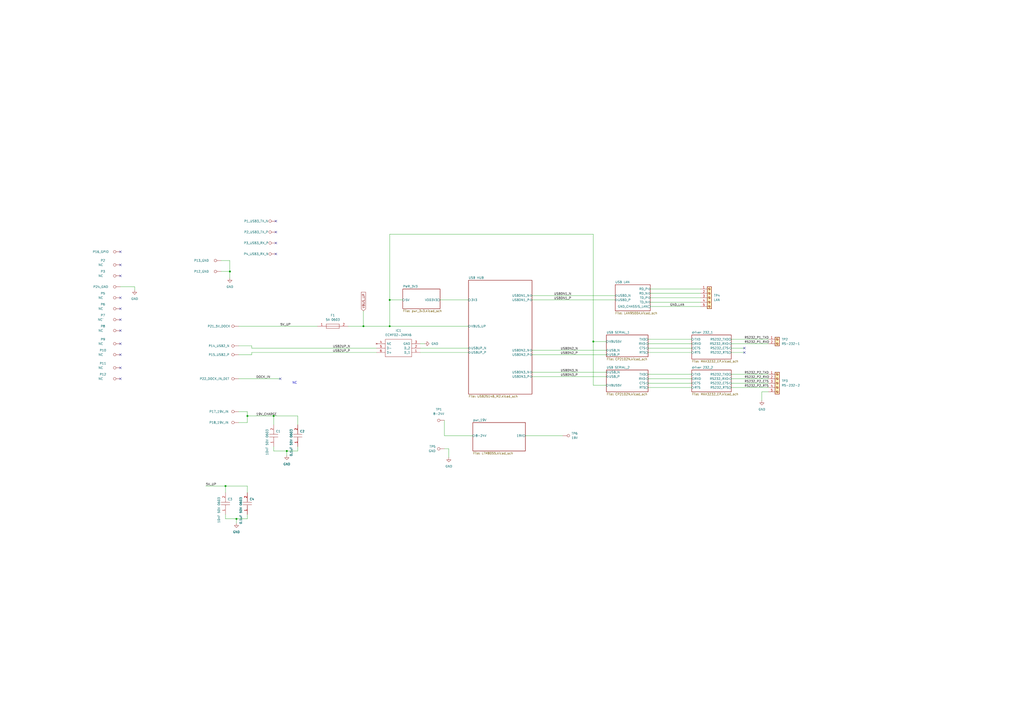
<source format=kicad_sch>
(kicad_sch (version 20211123) (generator eeschema)
  (paper "A2")
  (title_block (title "DOCK USB"))
  (lib_symbols
    (symbol "Connector:Screw_Terminal_01x02" (pin_names (offset 1.016) hide)
      (property "Reference" "J" (at 0 2.54 0))
      (property "Value" "Screw_Terminal_01x02" (at 0 -5.08 0))
      (symbol "Screw_Terminal_01x02_1_1"
        (rectangle (start -1.27 1.27) (end 1.27 -3.81) (stroke (width 0.254)) (fill (type background)))
        (circle (center 0 -2.54) (radius 0.635) (stroke (width 0.1524)))
        (polyline (pts (xy -0.5334 -2.2098) (xy 0.3302 -3.048)) (stroke (width 0.1524)))
        (polyline (pts (xy -0.5334 0.3302) (xy 0.3302 -0.508)) (stroke (width 0.1524)))
        (polyline (pts (xy -0.3556 -2.032) (xy 0.508 -2.8702)) (stroke (width 0.1524)))
        (polyline (pts (xy -0.3556 0.508) (xy 0.508 -0.3302)) (stroke (width 0.1524)))
        (circle (center 0 0) (radius 0.635) (stroke (width 0.1524)))
        (pin passive line (at -5.08 0 0) (length 3.81) (name "Pin_1") (number "1"))
        (pin passive line (at -5.08 -2.54 0) (length 3.81) (name "Pin_2") (number "2"))
      )
    )
    (symbol "Connector:Screw_Terminal_01x05" (pin_names (offset 1.016) hide)
      (property "Reference" "J?" (at 2.54 1.2701 0))
      (property "Value" "Screw_Terminal_01x05" (at 2.54 -1.2699 0))
      (symbol "Screw_Terminal_01x05_1_1"
        (rectangle (start -1.27 6.35) (end 1.27 -6.35) (stroke (width 0.254)) (fill (type background)))
        (circle (center 0 -5.08) (radius 0.635) (stroke (width 0.1524)))
        (circle (center 0 -2.54) (radius 0.635) (stroke (width 0.1524)))
        (polyline (pts (xy -0.5334 -4.7498) (xy 0.3302 -5.588)) (stroke (width 0.1524)))
        (polyline (pts (xy -0.5334 -2.2098) (xy 0.3302 -3.048)) (stroke (width 0.1524)))
        (polyline (pts (xy -0.5334 0.3302) (xy 0.3302 -0.508)) (stroke (width 0.1524)))
        (polyline (pts (xy -0.5334 2.8702) (xy 0.3302 2.032)) (stroke (width 0.1524)))
        (polyline (pts (xy -0.5334 5.4102) (xy 0.3302 4.572)) (stroke (width 0.1524)))
        (polyline (pts (xy -0.3556 -4.572) (xy 0.508 -5.4102)) (stroke (width 0.1524)))
        (polyline (pts (xy -0.3556 -2.032) (xy 0.508 -2.8702)) (stroke (width 0.1524)))
        (polyline (pts (xy -0.3556 0.508) (xy 0.508 -0.3302)) (stroke (width 0.1524)))
        (polyline (pts (xy -0.3556 3.048) (xy 0.508 2.2098)) (stroke (width 0.1524)))
        (polyline (pts (xy -0.3556 5.588) (xy 0.508 4.7498)) (stroke (width 0.1524)))
        (circle (center 0 0) (radius 0.635) (stroke (width 0.1524)))
        (circle (center 0 2.54) (radius 0.635) (stroke (width 0.1524)))
        (circle (center 0 5.08) (radius 0.635) (stroke (width 0.1524)))
        (pin passive line (at -5.08 5.08 0) (length 3.81) (name "Pin_1") (number "1"))
        (pin passive line (at -5.08 2.54 0) (length 3.81) (name "Pin_2") (number "2"))
        (pin passive line (at -5.08 0 0) (length 3.81) (name "Pin_3") (number "3"))
        (pin passive line (at -5.08 -2.54 0) (length 3.81) (name "Pin_4") (number "4"))
        (pin passive line (at -5.08 -5.08 0) (length 3.81) (name "Pin_5") (number "5"))
      )
    )
    (symbol "Connector:TestPoint" (pin_numbers hide) (pin_names (offset 0.762) hide)
      (property "Reference" "TP" (at 0 6.858 0))
      (property "Value" "TestPoint" (at 0 5.08 0))
      (symbol "TestPoint_0_1"
        (circle (center 0 3.302) (radius 0.762))
      )
      (symbol "TestPoint_1_1"
        (pin passive line (at 0 0 90) (length 2.54) (name "1") (number "1"))
      )
    )
    (symbol "global_lib:ECMF02-2AMX6" (pin_names (offset 0.762))
      (property "Reference" "IC" (at 21.59 7.62 0))
      (property "Value" "ECMF02-2AMX6" (at 21.59 5.08 0))
      (symbol "ECMF02-2AMX6_0_0"
        (pin passive line (at 0 0 0) (length 5.08) (name "D_1") (number "1"))
        (pin passive line (at 0 -2.54 0) (length 5.08) (name "D_2") (number "2"))
        (pin passive line (at 0 -5.08 0) (length 5.08) (name "GND") (number "3"))
        (pin no_connect line (at 25.4 -5.08 180) (length 5.08) (name "NC") (number "4"))
        (pin passive line (at 25.4 -2.54 180) (length 5.08) (name "D-") (number "5"))
        (pin passive line (at 25.4 0 180) (length 5.08) (name "D+") (number "6"))
      )
      (symbol "ECMF02-2AMX6_0_1"
        (polyline (pts (xy 5.08 2.54) (xy 20.32 2.54) (xy 20.32 -7.62) (xy 5.08 -7.62) (xy 5.08 2.54)) (stroke (width 0.1524)))
      )
    )
    (symbol "my_cap:06035C104MAT2A" (pin_names (offset 0.762))
      (property "Reference" "C" (at 8.89 6.35 0))
      (property "Value" "06035C104MAT2A" (at 8.89 3.81 0))
      (symbol "06035C104MAT2A_0_0"
        (pin passive line (at 0 0 0) (length 5.08) (name "~") (number "1"))
        (pin passive line (at 12.7 0 180) (length 5.08) (name "~") (number "2"))
      )
      (symbol "06035C104MAT2A_0_1"
        (polyline (pts (xy 5.08 0) (xy 5.588 0)) (stroke (width 0.1524)))
        (polyline (pts (xy 5.588 2.54) (xy 5.588 -2.54)) (stroke (width 0.1524)))
        (polyline (pts (xy 7.112 0) (xy 7.62 0)) (stroke (width 0.1524)))
        (polyline (pts (xy 7.112 2.54) (xy 7.112 -2.54)) (stroke (width 0.1524)))
      )
    )
    (symbol "my_cap:885012206089" (pin_names (offset 0.762))
      (property "Reference" "C" (at 8.89 6.35 0))
      (property "Value" "885012206089" (at 8.89 3.81 0))
      (symbol "885012206089_0_0"
        (pin passive line (at 0 0 0) (length 5.08) (name "~") (number "1"))
        (pin passive line (at 12.7 0 180) (length 5.08) (name "~") (number "2"))
      )
      (symbol "885012206089_0_1"
        (polyline (pts (xy 5.08 0) (xy 5.588 0)) (stroke (width 0.1524)))
        (polyline (pts (xy 5.588 2.54) (xy 5.588 -2.54)) (stroke (width 0.1524)))
        (polyline (pts (xy 7.112 0) (xy 7.62 0)) (stroke (width 0.1524)))
        (polyline (pts (xy 7.112 2.54) (xy 7.112 -2.54)) (stroke (width 0.1524)))
      )
    )
    (symbol "my_fuse:5A 0603" (pin_names (offset 0.762))
      (property "Reference" "F" (at 13.97 6.35 0))
      (property "Value" "5A 0603" (at 13.97 3.81 0))
      (symbol "5A 0603_0_0"
        (pin passive line (at 0 0 0) (length 5.08) (name "~") (number "1"))
        (pin passive line (at 17.78 0 180) (length 5.08) (name "~") (number "2"))
      )
      (symbol "5A 0603_0_1"
        (polyline (pts (xy 5.08 0) (xy 12.7 0)) (stroke (width 0.1524)))
        (polyline (pts (xy 5.08 1.27) (xy 12.7 1.27) (xy 12.7 -1.27) (xy 5.08 -1.27) (xy 5.08 1.27)) (stroke (width 0.1524)))
      )
    )
    (symbol "power:GND" (power) (pin_names (offset 0))
      (property "Value" "GND" (at 0 -3.81 0))
      (symbol "GND_0_1"
        (polyline (pts (xy 0 0) (xy 0 -1.27) (xy 1.27 -1.27) (xy 0 -2.54) (xy -1.27 -1.27) (xy 0 -1.27)))
      )
      (symbol "GND_1_1"
        (pin power_in line (at 0 0 270) (length 0) hide (name "GND") (number "1"))
      )
    )
  )
  (bus_alias "OCS" (members "N1" "N2" "N3" "N4"))
  (bus_alias "USB_PWR" (members "P1" "P2" "P3" "P4"))
  (junction (at 133.35 157.48))
  (junction (at 344.17 198.12))
  (junction (at 158.75 241.3))
  (junction (at 143.51 241.3))
  (junction (at 226.06 189.23))
  (junction (at 226.06 173.99))
  (junction (at 137.16 300.99))
  (junction (at 166.37 261.62))
  (junction (at 210.82 189.23))
  (junction (at 130.81 281.94))
  (no_connect (at 69.85 172.72))
  (no_connect (at 69.85 179.07))
  (no_connect (at 431.8 201.93))
  (no_connect (at 431.8 204.47))
  (no_connect (at 69.85 185.42))
  (no_connect (at 69.85 191.77))
  (no_connect (at 69.85 205.74))
  (no_connect (at 69.85 199.39))
  (no_connect (at 69.85 146.05))
  (no_connect (at 69.85 219.71))
  (no_connect (at 162.56 219.71))
  (no_connect (at 69.85 153.67))
  (no_connect (at 160.02 140.97))
  (no_connect (at 160.02 147.32))
  (no_connect (at 69.85 160.02))
  (no_connect (at 160.02 134.62))
  (no_connect (at 160.02 128.27))
  (no_connect (at 69.85 213.36))
  (wire (pts (xy 274.32 252.73) (xy 257.81 252.73)))
  (wire (pts (xy 233.68 173.99) (xy 226.06 173.99)))
  (wire (pts (xy 377.19 167.64) (xy 406.4 167.64)))
  (wire (pts (xy 377.19 177.8) (xy 406.4 177.8)))
  (wire (pts (xy 375.92 196.85) (xy 401.32 196.85)))
  (wire (pts (xy 143.51 245.11) (xy 138.43 245.11)))
  (wire (pts (xy 424.18 222.25) (xy 445.77 222.25)))
  (wire (pts (xy 130.81 281.94) (xy 130.81 285.75)))
  (wire (pts (xy 260.35 260.35) (xy 260.35 265.43)))
  (wire (pts (xy 158.75 261.62) (xy 158.75 259.08)))
  (wire (pts (xy 172.72 241.3) (xy 158.75 241.3)))
  (wire (pts (xy 308.61 205.74) (xy 351.79 205.74)))
  (wire (pts (xy 377.19 172.72) (xy 406.4 172.72)))
  (wire (pts (xy 143.51 238.76) (xy 143.51 241.3)))
  (wire (pts (xy 308.61 171.45) (xy 356.87 171.45)))
  (wire (pts (xy 146.05 201.93) (xy 218.44 201.93)))
  (wire (pts (xy 166.37 261.62) (xy 166.37 264.16)))
  (wire (pts (xy 377.19 170.18) (xy 406.4 170.18)))
  (wire (pts (xy 133.35 157.48) (xy 133.35 161.29)))
  (wire (pts (xy 143.51 298.45) (xy 143.51 300.99)))
  (wire (pts (xy 128.27 151.13) (xy 133.35 151.13)))
  (wire (pts (xy 130.81 281.94) (xy 143.51 281.94)))
  (wire (pts (xy 308.61 215.9) (xy 351.79 215.9)))
  (wire (pts (xy 304.8 252.73) (xy 326.39 252.73)))
  (wire (pts (xy 424.18 204.47) (xy 431.8 204.47)))
  (wire (pts (xy 424.18 201.93) (xy 431.8 201.93)))
  (wire (pts (xy 201.93 189.23) (xy 210.82 189.23)))
  (wire (pts (xy 137.16 300.99) (xy 130.81 300.99)))
  (wire (pts (xy 243.84 204.47) (xy 271.78 204.47)))
  (wire (pts (xy 143.51 241.3) (xy 158.75 241.3)))
  (wire (pts (xy 375.92 217.17) (xy 401.32 217.17)))
  (wire (pts (xy 308.61 218.44) (xy 351.79 218.44)))
  (wire (pts (xy 146.05 204.47) (xy 146.05 205.74)))
  (wire (pts (xy 226.06 173.99) (xy 226.06 135.89)))
  (wire (pts (xy 375.92 201.93) (xy 401.32 201.93)))
  (wire (pts (xy 146.05 205.74) (xy 138.43 205.74)))
  (wire (pts (xy 424.18 224.79) (xy 445.77 224.79)))
  (wire (pts (xy 138.43 219.71) (xy 162.56 219.71)))
  (wire (pts (xy 375.92 204.47) (xy 401.32 204.47)))
  (wire (pts (xy 375.92 219.71) (xy 401.32 219.71)))
  (wire (pts (xy 146.05 204.47) (xy 218.44 204.47)))
  (wire (pts (xy 257.81 243.84) (xy 257.81 252.73)))
  (wire (pts (xy 172.72 246.38) (xy 172.72 241.3)))
  (wire (pts (xy 255.27 173.99) (xy 271.78 173.99)))
  (wire (pts (xy 375.92 224.79) (xy 401.32 224.79)))
  (wire (pts (xy 133.35 151.13) (xy 133.35 157.48)))
  (wire (pts (xy 128.27 157.48) (xy 133.35 157.48)))
  (wire (pts (xy 226.06 135.89) (xy 344.17 135.89)))
  (wire (pts (xy 119.38 281.94) (xy 130.81 281.94)))
  (wire (pts (xy 441.96 227.33) (xy 445.77 227.33)))
  (wire (pts (xy 308.61 173.99) (xy 356.87 173.99)))
  (wire (pts (xy 143.51 300.99) (xy 137.16 300.99)))
  (wire (pts (xy 344.17 198.12) (xy 351.79 198.12)))
  (wire (pts (xy 138.43 238.76) (xy 143.51 238.76)))
  (wire (pts (xy 243.84 201.93) (xy 271.78 201.93)))
  (wire (pts (xy 210.82 180.34) (xy 210.82 189.23)))
  (wire (pts (xy 143.51 241.3) (xy 143.51 245.11)))
  (wire (pts (xy 377.19 175.26) (xy 406.4 175.26)))
  (wire (pts (xy 344.17 135.89) (xy 344.17 198.12)))
  (wire (pts (xy 344.17 223.52) (xy 344.17 198.12)))
  (wire (pts (xy 78.105 166.37) (xy 69.85 166.37)))
  (wire (pts (xy 441.96 227.33) (xy 441.96 232.41)))
  (wire (pts (xy 424.18 199.39) (xy 445.77 199.39)))
  (wire (pts (xy 424.18 219.71) (xy 445.77 219.71)))
  (wire (pts (xy 172.72 261.62) (xy 166.37 261.62)))
  (wire (pts (xy 243.84 199.39) (xy 246.38 199.39)))
  (wire (pts (xy 78.105 168.275) (xy 78.105 166.37)))
  (wire (pts (xy 351.79 223.52) (xy 344.17 223.52)))
  (wire (pts (xy 172.72 259.08) (xy 172.72 261.62)))
  (wire (pts (xy 424.18 217.17) (xy 445.77 217.17)))
  (wire (pts (xy 375.92 222.25) (xy 401.32 222.25)))
  (wire (pts (xy 308.61 203.2) (xy 351.79 203.2)))
  (wire (pts (xy 158.75 241.3) (xy 158.75 246.38)))
  (wire (pts (xy 143.51 285.75) (xy 143.51 281.94)))
  (wire (pts (xy 375.92 199.39) (xy 401.32 199.39)))
  (wire (pts (xy 424.18 196.85) (xy 445.77 196.85)))
  (wire (pts (xy 146.05 200.66) (xy 138.43 200.66)))
  (wire (pts (xy 166.37 261.62) (xy 158.75 261.62)))
  (wire (pts (xy 130.81 300.99) (xy 130.81 298.45)))
  (wire (pts (xy 257.81 260.35) (xy 260.35 260.35)))
  (wire (pts (xy 271.78 189.23) (xy 226.06 189.23)))
  (wire (pts (xy 137.16 300.99) (xy 137.16 303.53)))
  (wire (pts (xy 138.43 189.23) (xy 184.15 189.23)))
  (wire (pts (xy 146.05 201.93) (xy 146.05 200.66)))
  (wire (pts (xy 226.06 173.99) (xy 226.06 189.23)))
  (wire (pts (xy 226.06 189.23) (xy 210.82 189.23)))
  (text "NC" (at 169.545 222.885 0) (effects (font (size 1.27 1.27)) (justify left bottom)))
  (label "RS232_P2_RTS" (at 431.8 224.79 0))
  (label "USB2UP_N" (at 193.04 201.93 0))
  (label "19V_CHARGE" (at 148.59 241.3 0))
  (label "USBDN2_P" (at 325.12 205.74 0))
  (label "USBDN1_P" (at 321.31 173.99 0))
  (label "5V_UP" (at 162.56 189.23 0))
  (label "RS232_P2_CTS" (at 431.8 222.25 0))
  (label "GND_LAN" (at 388.62 177.8 0))
  (label "RS232_P2_RXD" (at 431.8 219.71 0))
  (label "DOCK_IN" (at 148.59 219.71 0))
  (label "USBDN1_N" (at 321.31 171.45 0))
  (label "RS232_P1_RXD" (at 431.8 199.39 0))
  (label "USBDN3_P" (at 325.12 218.44 0))
  (label "USBDN3_N" (at 325.12 215.9 0))
  (label "USB2UP_P" (at 193.04 204.47 0))
  (label "RS232_P1_TXD" (at 431.8 196.85 0))
  (label "5V_UP" (at 119.38 281.94 0))
  (label "USBDN2_N" (at 325.12 203.2 0))
  (label "RS232_P2_TXD" (at 431.8 217.17 0))
  (global_label "VBUS_UP" (shape input) (at 210.82 180.34 90) (property "Intersheet References" "${INTERSHEET_REFS}" (effects hide)))
  (symbol (lib_id "Connector:TestPoint") (at 69.85 146.05 90) (unit 1) (in_bom no)
    (property "Reference" "P1" (effects hide))
    (property "Value" "P16_GPIO" (at 58.42 146.05 90))
    (property "Footprint" "TestPoint:TestPoint_THTPad_D1.0mm_Drill0.5mm" (effects hide))
  )
  (symbol (lib_id "Connector:TestPoint") (at 138.43 205.74 90) (unit 1) (in_bom no)
    (property "Reference" "P17" (effects hide))
    (property "Value" "P15_USB2_P" (at 127 205.74 90))
    (property "Footprint" "TestPoint:TestPoint_THTPad_D1.0mm_Drill0.5mm" (effects hide))
  )
  (symbol (lib_id "Connector:TestPoint") (at 138.43 245.11 90) (unit 1) (in_bom no)
    (property "Reference" "P20" (effects hide))
    (property "Value" "P18_19V_IN" (at 127 245.11 90))
    (property "Footprint" "TestPoint:TestPoint_THTPad_D1.0mm_Drill0.5mm" (effects hide))
  )
  (symbol (lib_id "Connector:TestPoint") (at 138.43 238.76 90) (unit 1) (in_bom no)
    (property "Reference" "P19" (effects hide))
    (property "Value" "P17_19V_IN" (at 127 238.76 90))
    (property "Footprint" "TestPoint:TestPoint_THTPad_D1.0mm_Drill0.5mm" (effects hide))
  )
  (symbol (lib_id "Connector:TestPoint") (at 69.85 199.39 90) (unit 1) (in_bom no)
    (property "Reference" "P9" (at 59.69 196.85 90))
    (property "Value" "NC" (at 58.42 199.39 90))
    (property "Footprint" "TestPoint:TestPoint_THTPad_D1.0mm_Drill0.5mm" (effects hide))
  )
  (symbol (lib_id "my_cap:06035C104MAT2A") (at 172.72 259.08 90) (unit 1) (in_bom no)
    (property "Reference" "C2" (at 173.99 250.19 90) (effects (justify right)))
    (property "Value" "0.1uF 50V 0603" (at 168.91 248.92 0) (effects (justify right)))
    (property "Footprint" "C_0603_1608Metric" (effects hide))
    (property "Datasheet" "https://componentsearchengine.com/Datasheets/1/06031A100FAT2A.pdf" (effects hide))
    (property "Description" "Multilayer Ceramic Capacitors MLCC - SMD/SMT 50V .1uF X7R 0603 20%" (effects hide))
    (property "Height" "0.9" (effects hide))
    (property "Manufacturer_Name" "AVX" (effects hide))
    (property "Manufacturer_Part_Number" "06035C104MAT2A" (effects hide))
    (property "Mouser Part Number" "581-06035C104MAT2A" (effects hide))
    (property "Mouser Price/Stock" "https://www.mouser.co.uk/ProductDetail/AVX/06035C104MAT2A?qs=EbDiPP9peV9v4gP9vI6ssw%3D%3D" (effects hide))
    (property "Arrow Part Number" "06035C104MAT2A" (effects hide))
    (property "Arrow Price/Stock" "https://www.arrow.com/en/products/06035c104mat2a/avx" (effects hide))
  )
  (symbol (lib_id "global_lib:ECMF02-2AMX6") (at 243.84 204.47 180) (unit 1)
    (property "Reference" "IC1" (at 231.14 191.77 0))
    (property "Value" "ECMF02-2AMX6" (at 231.14 194.31 0))
    (property "Footprint" "SON50P150X170X55-6N-D" (effects hide))
    (property "Datasheet" "http://www.st.com/content/ccc/resource/technical/document/datasheet/3a/28/cf/d0/31/63/48/8c/CD00282307.pdf/files/CD00282307.pdf/jcr:content/translations/en.CD00282307.pdf" (effects hide))
    (property "Description" "Common Mode Filter & ESD Prot. USB uQFN6 STMicroelectronics ECMF02 Series, Signal Filter, 200mA uQFN SMD, Flat Contact Termination, 1.8 x 1.6 x 0.5mm" (effects hide))
    (property "Height" "0.55" (effects hide))
    (property "Manufacturer_Name" "STMicroelectronics" (effects hide))
    (property "Manufacturer_Part_Number" "ECMF02-2AMX6" (effects hide))
    (property "Mouser Part Number" "511-ECMF02-2AMX6" (effects hide))
    (property "Mouser Price/Stock" "https://www.mouser.co.uk/ProductDetail/STMicroelectronics/ECMF02-2AMX6?qs=raAh8RbVwI65u5gmT42%2Flg%3D%3D" (effects hide))
    (property "Arrow Part Number" "ECMF02-2AMX6" (effects hide))
    (property "Arrow Price/Stock" "https://www.arrow.com/en/products/ecmf02-2amx6/stmicroelectronics?region=nac" (effects hide))
  )
  (symbol (lib_id "Connector:TestPoint") (at 326.39 252.73 270) (unit 1)
    (property "Reference" "TP6" (at 331.47 251.4599 90) (effects (justify left)))
    (property "Value" "19V" (at 331.47 253.9999 90) (effects (justify left)))
    (property "Footprint" "TestPoint:TestPoint_THTPad_2.5x2.5mm_Drill1.2mm" (effects hide))
  )
  (symbol (lib_id "Connector:TestPoint") (at 69.85 166.37 90) (unit 1) (in_bom no)
    (property "Reference" "P4" (effects hide))
    (property "Value" "P24_GND" (at 58.42 166.37 90))
    (property "Footprint" "TestPoint:TestPoint_THTPad_D1.0mm_Drill0.5mm" (effects hide))
  )
  (symbol (lib_id "power:GND") (at 78.105 168.275 0) (unit 1)
    (property "Reference" "#PWR0101" (effects hide))
    (property "Value" "GND" (at 78.105 173.355 0))
  )
  (symbol (lib_id "Connector:TestPoint") (at 160.02 134.62 90) (unit 1) (in_bom no)
    (property "Reference" "P22" (effects hide))
    (property "Value" "P2_USB3_TX_P" (at 148.59 134.62 90))
    (property "Footprint" "TestPoint:TestPoint_THTPad_D1.0mm_Drill0.5mm" (effects hide))
  )
  (symbol (lib_id "Connector:TestPoint") (at 138.43 219.71 90) (unit 1) (in_bom no)
    (property "Reference" "P18" (effects hide))
    (property "Value" "P22_DOCK_IN_DET" (at 124.46 219.71 90))
    (property "Footprint" "TestPoint:TestPoint_THTPad_D1.0mm_Drill0.5mm" (effects hide))
  )
  (symbol (lib_id "Connector:Screw_Terminal_01x05") (at 450.85 222.25 0) (unit 1) (in_bom no)
    (property "Reference" "TP3" (at 453.39 220.9799 0) (effects (justify left)))
    (property "Value" "RS-232-2" (at 453.39 223.5199 0) (effects (justify left)))
    (property "Footprint" "Connector_PinHeader_2.54mm:PinHeader_1x05_P2.54mm_Vertical" (effects hide))
  )
  (symbol (lib_id "Connector:TestPoint") (at 69.85 153.67 90) (unit 1) (in_bom no)
    (property "Reference" "P2" (at 59.69 151.13 90))
    (property "Value" "NC" (at 58.42 153.67 90))
    (property "Footprint" "TestPoint:TestPoint_THTPad_D1.0mm_Drill0.5mm" (effects hide))
  )
  (symbol (lib_id "power:GND") (at 441.96 232.41 0) (unit 1)
    (property "Reference" "#PWR05" (effects hide))
    (property "Value" "GND" (at 441.96 237.49 0))
  )
  (symbol (lib_id "Connector:TestPoint") (at 69.85 219.71 90) (unit 1) (in_bom no)
    (property "Reference" "P12" (at 59.69 217.17 90))
    (property "Value" "NC" (at 58.42 219.71 90))
    (property "Footprint" "TestPoint:TestPoint_THTPad_D1.0mm_Drill0.5mm" (effects hide))
  )
  (symbol (lib_id "power:GND") (at 246.38 199.39 90) (unit 1)
    (property "Reference" "#PWR03" (effects hide))
    (property "Value" "GND" (at 250.19 199.3899 90) (effects (justify right)))
  )
  (symbol (lib_id "Connector:Screw_Terminal_01x05") (at 411.48 172.72 0) (unit 1) (in_bom no)
    (property "Reference" "TP4" (at 414.02 171.4499 0) (effects (justify left)))
    (property "Value" "LAN" (at 414.02 173.9899 0) (effects (justify left)))
    (property "Footprint" "Connector_PinHeader_2.00mm:PinHeader_1x05_P2.00mm_Vertical" (effects hide))
  )
  (symbol (lib_id "Connector:TestPoint") (at 160.02 128.27 90) (unit 1) (in_bom no)
    (property "Reference" "P21" (effects hide))
    (property "Value" "P1_USB3_TX_N" (at 148.59 128.27 90))
    (property "Footprint" "TestPoint:TestPoint_THTPad_D1.0mm_Drill0.5mm" (effects hide))
  )
  (symbol (lib_id "my_fuse:5A 0603") (at 184.15 189.23 0) (unit 1)
    (property "Reference" "F1" (at 193.04 182.88 0))
    (property "Value" "5A 0603" (at 193.04 185.42 0))
    (property "Footprint" "Fuse_0603_1608Metric" (effects hide))
    (property "Datasheet" "https://belfuse.com/resources/datasheets/circuitprotection/ds-CP-0ABB-series.pdf" (effects hide))
    (property "Description" "0603 SMD Fuse | Slow Blow | 5A" (effects hide))
    (property "Height" "0.569" (effects hide))
    (property "Manufacturer_Name" "Stewart Connector" (effects hide))
    (property "Manufacturer_Part_Number" "0ABB-5000-TM" (effects hide))
    (property "Mouser Part Number" "530-0ABB-5000-TM" (effects hide))
    (property "Mouser Price/Stock" "https://www.mouser.co.uk/ProductDetail/Bel-Fuse/0ABB-5000-TM?qs=Wj%2FVkw3K%252BMBSXffoEfmEpw%3D%3D" (effects hide))
  )
  (symbol (lib_id "Connector:TestPoint") (at 128.27 157.48 90) (unit 1) (in_bom no)
    (property "Reference" "P14" (effects hide))
    (property "Value" "P12_GND" (at 116.84 157.48 90))
    (property "Footprint" "TestPoint:TestPoint_THTPad_D1.0mm_Drill0.5mm" (effects hide))
  )
  (symbol (lib_id "my_cap:885012206089") (at 130.81 298.45 90) (unit 1)
    (property "Reference" "C3" (at 132.08 289.56 90) (effects (justify right)))
    (property "Value" "10nF 50V 0603" (at 127 288.29 0) (effects (justify right)))
    (property "Footprint" "C_0603_1608Metric" (effects hide))
    (property "Datasheet" "https://katalog.we-online.com/pbs/datasheet/885012206089.pdf" (effects hide))
    (property "Description" "Wurth Elektronik 0603 WCAP-CSGP 10nF Ceramic Multilayer Capacitor, 50 V dc, +125C, X7R Dielectric, +/-10%" (effects hide))
    (property "Height" "0.87" (effects hide))
    (property "Manufacturer_Name" "Wurth Elektronik" (effects hide))
    (property "Manufacturer_Part_Number" "885012206089" (effects hide))
    (property "Mouser Part Number" "710-885012206089" (effects hide))
    (property "Mouser Price/Stock" "https://www.mouser.co.uk/ProductDetail/Wurth-Elektronik/885012206089?qs=0KOYDY2FL28GvSbKh319Tw%3D%3D" (effects hide))
  )
  (symbol (lib_id "Connector:TestPoint") (at 257.81 243.84 90) (unit 1)
    (property "Reference" "TP1" (at 254.508 237.49 90))
    (property "Value" "8-24V" (at 254.508 240.03 90))
    (property "Footprint" "TestPoint:TestPoint_THTPad_2.5x2.5mm_Drill1.2mm" (effects hide))
  )
  (symbol (lib_id "my_cap:06035C104MAT2A") (at 143.51 298.45 90) (unit 1)
    (property "Reference" "C4" (at 144.78 289.56 90) (effects (justify right)))
    (property "Value" "0.1uF 50V 0603" (at 139.7 288.29 0) (effects (justify right)))
    (property "Footprint" "C_0603_1608Metric" (effects hide))
    (property "Datasheet" "https://componentsearchengine.com/Datasheets/1/06031A100FAT2A.pdf" (effects hide))
    (property "Description" "Multilayer Ceramic Capacitors MLCC - SMD/SMT 50V .1uF X7R 0603 20%" (effects hide))
    (property "Height" "0.9" (effects hide))
    (property "Manufacturer_Name" "AVX" (effects hide))
    (property "Manufacturer_Part_Number" "06035C104MAT2A" (effects hide))
    (property "Mouser Part Number" "581-06035C104MAT2A" (effects hide))
    (property "Mouser Price/Stock" "https://www.mouser.co.uk/ProductDetail/AVX/06035C104MAT2A?qs=EbDiPP9peV9v4gP9vI6ssw%3D%3D" (effects hide))
    (property "Arrow Part Number" "06035C104MAT2A" (effects hide))
    (property "Arrow Price/Stock" "https://www.arrow.com/en/products/06035c104mat2a/avx" (effects hide))
  )
  (symbol (lib_id "Connector:TestPoint") (at 69.85 160.02 90) (unit 1) (in_bom no)
    (property "Reference" "P3" (at 59.69 157.48 90))
    (property "Value" "NC" (at 58.42 160.02 90))
    (property "Footprint" "TestPoint:TestPoint_THTPad_D1.0mm_Drill0.5mm" (effects hide))
  )
  (symbol (lib_id "Connector:TestPoint") (at 128.27 151.13 90) (unit 1) (in_bom no)
    (property "Reference" "P13" (effects hide))
    (property "Value" "P13_GND" (at 116.84 151.13 90))
    (property "Footprint" "TestPoint:TestPoint_THTPad_D1.0mm_Drill0.5mm" (effects hide))
  )
  (symbol (lib_id "power:GND") (at 166.37 264.16 0) (unit 1)
    (property "Reference" "#PWR02" (effects hide))
    (property "Value" "GND" (at 166.37 269.24 0))
  )
  (symbol (lib_id "Connector:TestPoint") (at 69.85 179.07 90) (unit 1) (in_bom no)
    (property "Reference" "P6" (at 59.69 176.53 90))
    (property "Value" "NC" (at 58.42 179.07 90))
    (property "Footprint" "TestPoint:TestPoint_THTPad_D1.0mm_Drill0.5mm" (effects hide))
  )
  (symbol (lib_id "power:GND") (at 260.35 265.43 0) (mirror y) (unit 1)
    (property "Reference" "#PWR065" (effects hide))
    (property "Value" "GND" (at 260.35 270.51 0))
  )
  (symbol (lib_id "Connector:TestPoint") (at 69.85 191.77 90) (unit 1) (in_bom no)
    (property "Reference" "P8" (at 59.69 189.23 90))
    (property "Value" "NC" (at 58.42 191.77 90))
    (property "Footprint" "TestPoint:TestPoint_THTPad_D1.0mm_Drill0.5mm" (effects hide))
  )
  (symbol (lib_id "Connector:TestPoint") (at 138.43 189.23 90) (unit 1) (in_bom no)
    (property "Reference" "P15" (effects hide))
    (property "Value" "P21_5V_DOCK" (at 127 189.23 90))
    (property "Footprint" "TestPoint:TestPoint_THTPad_D1.0mm_Drill0.5mm" (effects hide))
  )
  (symbol (lib_id "Connector:Screw_Terminal_01x02") (at 450.85 196.85 0) (unit 1)
    (property "Reference" "TP2" (at 453.39 196.8499 0) (effects (justify left)))
    (property "Value" "RS-232-1" (at 453.39 199.3899 0) (effects (justify left)))
    (property "Footprint" "Connector_PinHeader_2.54mm:PinHeader_1x02_P2.54mm_Vertical" (effects hide))
  )
  (symbol (lib_id "Connector:TestPoint") (at 138.43 200.66 90) (unit 1) (in_bom no)
    (property "Reference" "P16" (effects hide))
    (property "Value" "P14_USB2_N" (at 127 200.66 90))
    (property "Footprint" "TestPoint:TestPoint_THTPad_D1.0mm_Drill0.5mm" (effects hide))
  )
  (symbol (lib_id "power:GND") (at 137.16 303.53 0) (unit 1)
    (property "Reference" "#PWR04" (effects hide))
    (property "Value" "GND" (at 137.16 308.61 0))
  )
  (symbol (lib_id "Connector:TestPoint") (at 69.85 213.36 90) (unit 1) (in_bom no)
    (property "Reference" "P11" (at 59.69 210.82 90))
    (property "Value" "NC" (at 58.42 213.36 90))
    (property "Footprint" "TestPoint:TestPoint_THTPad_D1.0mm_Drill0.5mm" (effects hide))
  )
  (symbol (lib_id "Connector:TestPoint") (at 257.81 260.35 90) (mirror x) (unit 1)
    (property "Reference" "TP5" (at 252.73 259.0799 90) (effects (justify left)))
    (property "Value" "GND" (at 252.73 261.6199 90) (effects (justify left)))
    (property "Footprint" "TestPoint:TestPoint_THTPad_2.5x2.5mm_Drill1.2mm" (effects hide))
  )
  (symbol (lib_id "power:GND") (at 133.35 161.29 0) (unit 1)
    (property "Reference" "#PWR01" (effects hide))
    (property "Value" "GND" (at 133.35 166.37 0))
  )
  (symbol (lib_id "Connector:TestPoint") (at 160.02 147.32 90) (unit 1) (in_bom no)
    (property "Reference" "P24" (effects hide))
    (property "Value" "P4_USB3_RX_N" (at 148.59 147.32 90))
    (property "Footprint" "TestPoint:TestPoint_THTPad_D1.0mm_Drill0.5mm" (effects hide))
  )
  (symbol (lib_id "Connector:TestPoint") (at 69.85 172.72 90) (unit 1) (in_bom no)
    (property "Reference" "P5" (at 59.69 170.18 90))
    (property "Value" "NC" (at 58.42 172.72 90))
    (property "Footprint" "TestPoint:TestPoint_THTPad_D1.0mm_Drill0.5mm" (effects hide))
  )
  (symbol (lib_id "my_cap:885012206089") (at 158.75 259.08 90) (unit 1) (in_bom no)
    (property "Reference" "C1" (at 160.02 250.19 90) (effects (justify right)))
    (property "Value" "10nF 50V 0603" (at 154.94 248.92 0) (effects (justify right)))
    (property "Footprint" "C_0603_1608Metric" (effects hide))
    (property "Datasheet" "https://katalog.we-online.com/pbs/datasheet/885012206089.pdf" (effects hide))
    (property "Description" "Wurth Elektronik 0603 WCAP-CSGP 10nF Ceramic Multilayer Capacitor, 50 V dc, +125C, X7R Dielectric, +/-10%" (effects hide))
    (property "Height" "0.87" (effects hide))
    (property "Manufacturer_Name" "Wurth Elektronik" (effects hide))
    (property "Manufacturer_Part_Number" "885012206089" (effects hide))
    (property "Mouser Part Number" "710-885012206089" (effects hide))
    (property "Mouser Price/Stock" "https://www.mouser.co.uk/ProductDetail/Wurth-Elektronik/885012206089?qs=0KOYDY2FL28GvSbKh319Tw%3D%3D" (effects hide))
  )
  (symbol (lib_id "Connector:TestPoint") (at 69.85 205.74 90) (unit 1) (in_bom no)
    (property "Reference" "P10" (at 59.69 203.2 90))
    (property "Value" "NC" (at 58.42 205.74 90))
    (property "Footprint" "TestPoint:TestPoint_THTPad_D1.0mm_Drill0.5mm" (effects hide))
  )
  (symbol (lib_id "Connector:TestPoint") (at 69.85 185.42 90) (unit 1) (in_bom no)
    (property "Reference" "P7" (at 59.69 182.88 90))
    (property "Value" "NC'" (at 58.42 185.42 90))
    (property "Footprint" "TestPoint:TestPoint_THTPad_D1.0mm_Drill0.5mm" (effects hide))
  )
  (symbol (lib_id "Connector:TestPoint") (at 160.02 140.97 90) (unit 1) (in_bom no)
    (property "Reference" "P23" (effects hide))
    (property "Value" "P3_USB3_RX_P" (at 148.59 140.97 90))
    (property "Footprint" "TestPoint:TestPoint_THTPad_D1.0mm_Drill0.5mm" (effects hide))
  )
  (sheet (at 271.78 162.56) (size 36.83 66.04) (stroke (width 0.1524))
    (property "Sheet name" "USB HUB" (at 271.78 161.8484 0) (effects (justify left bottom)))
    (property "Sheet file" "USB2514B_M2.kicad_sch" (at 271.78 229.1846 0) (effects (justify left top)))
    (pin "3V3" input (at 271.78 173.99 180))
    (pin "USBUP_P" bidirectional (at 271.78 204.47 180))
    (pin "USBUP_N" bidirectional (at 271.78 201.93 180))
    (pin "USBDN2_N" bidirectional (at 308.61 203.2 0))
    (pin "USBDN2_P" bidirectional (at 308.61 205.74 0))
    (pin "USBDN3_N" bidirectional (at 308.61 215.9 0))
    (pin "USBDN3_P" bidirectional (at 308.61 218.44 0))
    (pin "VBUS_UP" input (at 271.78 189.23 180))
    (pin "USBDN1_N" bidirectional (at 308.61 171.45 0))
    (pin "USBDN1_P" bidirectional (at 308.61 173.99 0))
  )
  (sheet (at 401.32 214.63) (size 22.86 12.7) (stroke (width 0.1524))
    (property "Sheet name" "driver 232_2" (at 401.32 213.9184 0) (effects (justify left bottom)))
    (property "Sheet file" "MAX3232_EP.kicad_sch" (at 401.32 227.9146 0) (effects (justify left top)))
    (pin "RXD" output (at 401.32 219.71 180))
    (pin "CTS" output (at 401.32 222.25 180))
    (pin "TXD" input (at 401.32 217.17 180))
    (pin "RTS" input (at 401.32 224.79 180))
    (pin "RS232_RTS" output (at 424.18 224.79 0))
    (pin "RS232_TXD" output (at 424.18 217.17 0))
    (pin "RS232_RXD" input (at 424.18 219.71 0))
    (pin "RS232_CTS" input (at 424.18 222.25 0))
  )
  (sheet (at 351.79 194.31) (size 24.13 12.7) (stroke (width 0.1524))
    (property "Sheet name" "USB SERIAL_1" (at 351.79 193.5984 0) (effects (justify left bottom)))
    (property "Sheet file" "CP2102N.kicad_sch" (at 351.79 207.5946 0) (effects (justify left top)))
    (pin "USB_P" bidirectional (at 351.79 205.74 180))
    (pin "USB_N" bidirectional (at 351.79 203.2 180))
    (pin "VBUS5V" input (at 351.79 198.12 180))
    (pin "RTS" output (at 375.92 204.47 0))
    (pin "CTS" input (at 375.92 201.93 0))
    (pin "RXD" input (at 375.92 199.39 0))
    (pin "TXD" output (at 375.92 196.85 0))
  )
  (sheet (at 351.79 214.63) (size 24.13 12.7) (stroke (width 0.1524))
    (property "Sheet name" "USB SERIAL_2" (at 351.79 213.9184 0) (effects (justify left bottom)))
    (property "Sheet file" "CP2102N.kicad_sch" (at 351.79 227.9146 0) (effects (justify left top)))
    (pin "USB_P" bidirectional (at 351.79 218.44 180))
    (pin "USB_N" bidirectional (at 351.79 215.9 180))
    (pin "VBUS5V" input (at 351.79 223.52 180))
    (pin "RTS" output (at 375.92 224.79 0))
    (pin "CTS" input (at 375.92 222.25 0))
    (pin "RXD" input (at 375.92 219.71 0))
    (pin "TXD" output (at 375.92 217.17 0))
  )
  (sheet (at 233.68 167.64) (size 21.59 11.43) (stroke (width 0.1524))
    (property "Sheet name" "PWR_3V3" (at 233.68 166.9284 0) (effects (justify left bottom)))
    (property "Sheet file" "pwr_3v3.kicad_sch" (at 233.68 179.6546 0) (effects (justify left top)))
    (pin "VDD3V3" output (at 255.27 173.99 0))
    (pin "5V" input (at 233.68 173.99 180))
  )
  (sheet (at 401.32 194.31) (size 22.86 13.97) (stroke (width 0.1524))
    (property "Sheet name" "driver 232_1" (at 401.32 193.5984 0) (effects (justify left bottom)))
    (property "Sheet file" "MAX3232_EP.kicad_sch" (at 401.32 208.8646 0) (effects (justify left top)))
    (pin "RXD" output (at 401.32 199.39 180))
    (pin "CTS" output (at 401.32 201.93 180))
    (pin "TXD" input (at 401.32 196.85 180))
    (pin "RTS" input (at 401.32 204.47 180))
    (pin "RS232_RTS" output (at 424.18 204.47 0))
    (pin "RS232_TXD" output (at 424.18 196.85 0))
    (pin "RS232_RXD" input (at 424.18 199.39 0))
    (pin "RS232_CTS" input (at 424.18 201.93 0))
  )
  (sheet (at 274.32 245.11) (size 30.48 16.51) (stroke (width 0.1524))
    (property "Sheet name" "pwr_19V" (at 274.32 244.3984 0) (effects (justify left bottom)))
    (property "Sheet file" "LTM8055.kicad_sch" (at 274.32 262.2046 0) (effects (justify left top)))
    (pin "8-24V" input (at 274.32 252.73 180))
    (pin "19V" output (at 304.8 252.73 0))
  )
  (sheet (at 356.87 165.1) (size 20.32 15.24) (stroke (width 0.1524))
    (property "Sheet name" "USB LAN" (at 356.87 164.3884 0) (effects (justify left bottom)))
    (property "Sheet file" "LAN9500A.kicad_sch" (at 356.87 180.9246 0) (effects (justify left top)))
    (pin "RD_P" bidirectional (at 377.19 167.64 0))
    (pin "RD_N" bidirectional (at 377.19 170.18 0))
    (pin "TD_P" bidirectional (at 377.19 172.72 0))
    (pin "TD_N" bidirectional (at 377.19 175.26 0))
    (pin "USBD_P" bidirectional (at 356.87 173.99 180))
    (pin "USBD_N" bidirectional (at 356.87 171.45 180))
    (pin "GND_CHASSIS_LAN" passive (at 377.19 177.8 0))
  )
)
</source>
